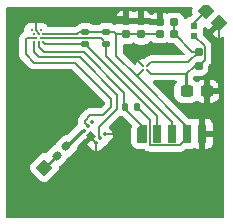
<source format=gbr>
%TF.GenerationSoftware,KiCad,Pcbnew,(6.0.4)*%
%TF.CreationDate,2022-11-08T09:06:00-07:00*%
%TF.ProjectId,rf_backscatter_V1,72665f62-6163-46b7-9363-61747465725f,rev?*%
%TF.SameCoordinates,Original*%
%TF.FileFunction,Copper,L1,Top*%
%TF.FilePolarity,Positive*%
%FSLAX46Y46*%
G04 Gerber Fmt 4.6, Leading zero omitted, Abs format (unit mm)*
G04 Created by KiCad (PCBNEW (6.0.4)) date 2022-11-08 09:06:00*
%MOMM*%
%LPD*%
G01*
G04 APERTURE LIST*
G04 Aperture macros list*
%AMRoundRect*
0 Rectangle with rounded corners*
0 $1 Rounding radius*
0 $2 $3 $4 $5 $6 $7 $8 $9 X,Y pos of 4 corners*
0 Add a 4 corners polygon primitive as box body*
4,1,4,$2,$3,$4,$5,$6,$7,$8,$9,$2,$3,0*
0 Add four circle primitives for the rounded corners*
1,1,$1+$1,$2,$3*
1,1,$1+$1,$4,$5*
1,1,$1+$1,$6,$7*
1,1,$1+$1,$8,$9*
0 Add four rect primitives between the rounded corners*
20,1,$1+$1,$2,$3,$4,$5,0*
20,1,$1+$1,$4,$5,$6,$7,0*
20,1,$1+$1,$6,$7,$8,$9,0*
20,1,$1+$1,$8,$9,$2,$3,0*%
%AMRotRect*
0 Rectangle, with rotation*
0 The origin of the aperture is its center*
0 $1 length*
0 $2 width*
0 $3 Rotation angle, in degrees counterclockwise*
0 Add horizontal line*
21,1,$1,$2,0,0,$3*%
%AMOutline5P*
0 Free polygon, 5 corners , with rotation*
0 The origin of the aperture is its center*
0 number of corners: always 5*
0 $1 to $10 corner X, Y*
0 $11 Rotation angle, in degrees counterclockwise*
0 create outline with 5 corners*
4,1,5,$1,$2,$3,$4,$5,$6,$7,$8,$9,$10,$1,$2,$11*%
%AMOutline6P*
0 Free polygon, 6 corners , with rotation*
0 The origin of the aperture is its center*
0 number of corners: always 6*
0 $1 to $12 corner X, Y*
0 $13 Rotation angle, in degrees counterclockwise*
0 create outline with 6 corners*
4,1,6,$1,$2,$3,$4,$5,$6,$7,$8,$9,$10,$11,$12,$1,$2,$13*%
%AMOutline7P*
0 Free polygon, 7 corners , with rotation*
0 The origin of the aperture is its center*
0 number of corners: always 7*
0 $1 to $14 corner X, Y*
0 $15 Rotation angle, in degrees counterclockwise*
0 create outline with 7 corners*
4,1,7,$1,$2,$3,$4,$5,$6,$7,$8,$9,$10,$11,$12,$13,$14,$1,$2,$15*%
%AMOutline8P*
0 Free polygon, 8 corners , with rotation*
0 The origin of the aperture is its center*
0 number of corners: always 8*
0 $1 to $16 corner X, Y*
0 $17 Rotation angle, in degrees counterclockwise*
0 create outline with 8 corners*
4,1,8,$1,$2,$3,$4,$5,$6,$7,$8,$9,$10,$11,$12,$13,$14,$15,$16,$1,$2,$17*%
G04 Aperture macros list end*
%TA.AperFunction,SMDPad,CuDef*%
%ADD10RoundRect,0.155000X0.155000X-0.212500X0.155000X0.212500X-0.155000X0.212500X-0.155000X-0.212500X0*%
%TD*%
%TA.AperFunction,SMDPad,CuDef*%
%ADD11RoundRect,0.135000X-0.185000X0.135000X-0.185000X-0.135000X0.185000X-0.135000X0.185000X0.135000X0*%
%TD*%
%TA.AperFunction,SMDPad,CuDef*%
%ADD12RotRect,0.350000X0.250000X135.000000*%
%TD*%
%TA.AperFunction,SMDPad,CuDef*%
%ADD13RotRect,0.650000X0.550000X135.000000*%
%TD*%
%TA.AperFunction,SMDPad,CuDef*%
%ADD14R,0.800000X1.500000*%
%TD*%
%TA.AperFunction,SMDPad,CuDef*%
%ADD15Outline5P,-0.400000X0.470000X-0.120000X0.750000X0.400000X0.750000X0.400000X-0.750000X-0.400000X-0.750000X0.000000*%
%TD*%
%TA.AperFunction,SMDPad,CuDef*%
%ADD16RoundRect,0.155000X-0.040659X-0.259862X0.259862X0.040659X0.040659X0.259862X-0.259862X-0.040659X0*%
%TD*%
%TA.AperFunction,SMDPad,CuDef*%
%ADD17C,0.180000*%
%TD*%
%TA.AperFunction,SMDPad,CuDef*%
%ADD18RoundRect,0.160000X0.160000X-0.197500X0.160000X0.197500X-0.160000X0.197500X-0.160000X-0.197500X0*%
%TD*%
%TA.AperFunction,SMDPad,CuDef*%
%ADD19Outline5P,-0.500000X0.250000X-0.250000X0.500000X0.500000X0.500000X0.500000X-0.500000X-0.500000X-0.500000X315.000000*%
%TD*%
%TA.AperFunction,SMDPad,CuDef*%
%ADD20RotRect,1.000000X1.000000X315.000000*%
%TD*%
%TA.AperFunction,SMDPad,CuDef*%
%ADD21C,0.215000*%
%TD*%
%TA.AperFunction,SMDPad,CuDef*%
%ADD22RoundRect,0.160000X0.197500X0.160000X-0.197500X0.160000X-0.197500X-0.160000X0.197500X-0.160000X0*%
%TD*%
%TA.AperFunction,SMDPad,CuDef*%
%ADD23RotRect,1.000000X1.000000X45.000000*%
%TD*%
%TA.AperFunction,SMDPad,CuDef*%
%ADD24RoundRect,0.237500X-0.300000X-0.237500X0.300000X-0.237500X0.300000X0.237500X-0.300000X0.237500X0*%
%TD*%
%TA.AperFunction,SMDPad,CuDef*%
%ADD25RoundRect,0.135000X0.185000X-0.135000X0.185000X0.135000X-0.185000X0.135000X-0.185000X-0.135000X0*%
%TD*%
%TA.AperFunction,SMDPad,CuDef*%
%ADD26R,0.600000X0.550000*%
%TD*%
%TA.AperFunction,SMDPad,CuDef*%
%ADD27RoundRect,0.160000X-0.197500X-0.160000X0.197500X-0.160000X0.197500X0.160000X-0.197500X0.160000X0*%
%TD*%
%TA.AperFunction,SMDPad,CuDef*%
%ADD28RoundRect,0.135000X0.135000X0.185000X-0.135000X0.185000X-0.135000X-0.185000X0.135000X-0.185000X0*%
%TD*%
%TA.AperFunction,ViaPad*%
%ADD29C,0.600000*%
%TD*%
%TA.AperFunction,Conductor*%
%ADD30C,0.127000*%
%TD*%
%TA.AperFunction,Conductor*%
%ADD31C,0.250000*%
%TD*%
G04 APERTURE END LIST*
D10*
%TO.P,C3,2*%
%TO.N,GND*%
X131597400Y-82143600D03*
%TO.P,C3,1*%
%TO.N,VCC*%
X131597400Y-83278600D03*
%TD*%
D11*
%TO.P,R5,1*%
%TO.N,VCC*%
X128168400Y-83132200D03*
%TO.P,R5,2*%
%TO.N,SCL*%
X128168400Y-84152200D03*
%TD*%
D12*
%TO.P,U2,1,NC*%
%TO.N,GND*%
X129072613Y-92484797D03*
%TO.P,U2,2,V2*%
%TO.N,Net-(U2-Pad2)*%
X129426166Y-92131243D03*
%TO.P,U2,3,RX*%
%TO.N,GND*%
X129779720Y-91777690D03*
%TO.P,U2,4,TX*%
%TO.N,unconnected-(U2-Pad4)*%
X128754415Y-90752385D03*
%TO.P,U2,5,V1*%
%TO.N,Net-(U2-Pad5)*%
X128400862Y-91105939D03*
%TO.P,U2,6,ANT*%
%TO.N,Net-(C4-Pad2)*%
X128047308Y-91459492D03*
D13*
%TO.P,U2,7,GND*%
%TO.N,GND*%
X128644106Y-91887999D03*
%TD*%
D14*
%TO.P,J3,5,Pin_5*%
%TO.N,GND*%
X138049000Y-91726500D03*
%TO.P,J3,4,Pin_4*%
%TO.N,VCC*%
X136779000Y-91726500D03*
%TO.P,J3,3,Pin_3*%
%TO.N,SDA*%
X135509000Y-91726500D03*
%TO.P,J3,2,Pin_2*%
%TO.N,SCL*%
X134239000Y-91726500D03*
D15*
%TO.P,J3,1,Pin_1*%
%TO.N,~{RST}*%
X132969000Y-91726500D03*
%TD*%
D10*
%TO.P,C2,1*%
%TO.N,VCC*%
X132909500Y-83304000D03*
%TO.P,C2,2*%
%TO.N,GND*%
X132909500Y-82169000D03*
%TD*%
D16*
%TO.P,C4,2*%
%TO.N,Net-(C4-Pad2)*%
X126542800Y-92786200D03*
%TO.P,C4,1*%
%TO.N,Net-(C4-Pad1)*%
X125740234Y-93588766D03*
%TD*%
D17*
%TO.P,U1,4,Vo*%
%TO.N,VCC*%
X133050800Y-86334600D03*
%TO.P,U1,3,GND*%
%TO.N,GND*%
X133050800Y-85984600D03*
%TO.P,U1,2,CTL*%
%TO.N,Net-(R1-Pad2)*%
X133400800Y-85984600D03*
%TO.P,U1,1,Vin*%
%TO.N,Net-(C1-Pad1)*%
X133400800Y-86334600D03*
%TD*%
D18*
%TO.P,R1,2*%
%TO.N,Net-(R1-Pad2)*%
X137744200Y-84771900D03*
%TO.P,R1,1*%
%TO.N,Net-(C1-Pad1)*%
X137744200Y-85966900D03*
%TD*%
D19*
%TO.P,J1,1,Pin_1*%
%TO.N,Net-(D1-Pad2)*%
X138407670Y-81321682D03*
D20*
%TO.P,J1,2,Pin_2*%
%TO.N,GND*%
X139468330Y-82382342D03*
%TD*%
D21*
%TO.P,U3,D6,PB0*%
%TO.N,SCL*%
X124604400Y-83983900D03*
%TO.P,U3,D4,~{RESET}/PB3*%
%TO.N,~{RST}*%
X124204400Y-83983900D03*
%TO.P,U3,D2,PB2*%
%TO.N,Net-(U2-Pad2)*%
X123804400Y-83983900D03*
%TO.P,U3,C5,PB1*%
%TO.N,SDA*%
X124404400Y-83637567D03*
%TO.P,U3,C3,PA7*%
%TO.N,Net-(U2-Pad5)*%
X124004400Y-83637567D03*
%TO.P,U3,C1,PA5*%
X123604400Y-83637567D03*
%TO.P,U3,B6,VCC*%
%TO.N,VCC*%
X124604400Y-83291233D03*
%TO.P,U3,B4,GND*%
%TO.N,GND*%
X124204400Y-83291233D03*
%TO.P,U3,B2,PA6*%
%TO.N,unconnected-(U3-PadB2)*%
X123804400Y-83291233D03*
%TO.P,U3,A5,PA2*%
%TO.N,unconnected-(U3-PadA5)*%
X124404400Y-82944900D03*
%TO.P,U3,A3,PA1*%
%TO.N,GND*%
X124004400Y-82944900D03*
%TO.P,U3,A1,PA4*%
%TO.N,unconnected-(U3-PadA1)*%
X123604400Y-82944900D03*
%TD*%
D22*
%TO.P,R3,1*%
%TO.N,Net-(R1-Pad2)*%
X135674700Y-82296000D03*
%TO.P,R3,2*%
%TO.N,GND*%
X134479700Y-82296000D03*
%TD*%
D23*
%TO.P,J2,1,ANT*%
%TO.N,Net-(C4-Pad1)*%
X124688600Y-94589600D03*
%TD*%
D24*
%TO.P,C1,1*%
%TO.N,Net-(C1-Pad1)*%
X136729300Y-88138000D03*
%TO.P,C1,2*%
%TO.N,GND*%
X138454300Y-88138000D03*
%TD*%
D25*
%TO.P,R6,1*%
%TO.N,SDA*%
X129946400Y-84126800D03*
%TO.P,R6,2*%
%TO.N,VCC*%
X129946400Y-83106800D03*
%TD*%
D26*
%TO.P,D1,1,K*%
%TO.N,Net-(C1-Pad1)*%
X137337800Y-83432600D03*
%TO.P,D1,2,A*%
%TO.N,Net-(D1-Pad2)*%
X137337800Y-82632600D03*
%TD*%
D27*
%TO.P,R2,2*%
%TO.N,Net-(R1-Pad2)*%
X135674700Y-83261200D03*
%TO.P,R2,1*%
%TO.N,VCC*%
X134479700Y-83261200D03*
%TD*%
D28*
%TO.P,R4,1*%
%TO.N,VCC*%
X132513800Y-89433400D03*
%TO.P,R4,2*%
%TO.N,~{RST}*%
X131493800Y-89433400D03*
%TD*%
D29*
%TO.N,GND*%
X122453400Y-86080600D03*
X122478800Y-81940400D03*
X131343400Y-90982800D03*
X139471400Y-85013800D03*
X139471400Y-85775800D03*
X139446000Y-84277200D03*
X127101600Y-81762600D03*
X128574800Y-81737200D03*
X126923800Y-87071200D03*
X128092200Y-88265000D03*
X134315200Y-93827600D03*
X135864600Y-93827600D03*
X134899400Y-84683600D03*
X137337800Y-93827600D03*
X133705600Y-84683600D03*
X132181600Y-84683600D03*
%TD*%
D30*
%TO.N,Net-(R1-Pad2)*%
X133711200Y-85674200D02*
X136841900Y-85674200D01*
X136841900Y-85674200D02*
X137744200Y-84771900D01*
X133400800Y-85984600D02*
X133711200Y-85674200D01*
%TO.N,VCC*%
X132664200Y-89611200D02*
X132664200Y-89433400D01*
X133604000Y-90551000D02*
X132664200Y-89611200D01*
X133604000Y-92666511D02*
X133604000Y-90551000D01*
X136779000Y-92076500D02*
X136188989Y-92666511D01*
X136779000Y-91726500D02*
X136779000Y-92076500D01*
X136188989Y-92666511D02*
X133604000Y-92666511D01*
%TO.N,~{RST}*%
X131470400Y-89560400D02*
X132969000Y-91059000D01*
X131470400Y-88265000D02*
X131470400Y-89560400D01*
X128041400Y-84836000D02*
X131470400Y-88265000D01*
X124663200Y-84836000D02*
X128041400Y-84836000D01*
X124204400Y-84377200D02*
X124663200Y-84836000D01*
X124204400Y-83983900D02*
X124204400Y-84377200D01*
X132969000Y-91059000D02*
X132969000Y-91726500D01*
%TO.N,GND*%
X127990600Y-92405200D02*
X129171700Y-93586300D01*
X128507801Y-91887999D02*
X127990600Y-92405200D01*
X128644106Y-91887999D02*
X128507801Y-91887999D01*
D31*
%TO.N,Net-(C4-Pad2)*%
X127894908Y-91459492D02*
X126608766Y-92745634D01*
X128047308Y-91459492D02*
X127894908Y-91459492D01*
%TO.N,Net-(C4-Pad1)*%
X125760517Y-93568483D02*
X124739400Y-94589600D01*
D30*
%TO.N,GND*%
X129171700Y-93586300D02*
X129463800Y-93878400D01*
X129072613Y-93487213D02*
X129171700Y-93586300D01*
%TO.N,SDA*%
X135509000Y-90703400D02*
X129946400Y-85140800D01*
X135509000Y-91726500D02*
X135509000Y-90703400D01*
X129946400Y-85140800D02*
X129946400Y-84126800D01*
%TO.N,Net-(R1-Pad2)*%
X135674700Y-83261200D02*
X135674700Y-82296000D01*
%TO.N,GND*%
X139319000Y-88138000D02*
X138454300Y-88138000D01*
X139468330Y-87988670D02*
X139319000Y-88138000D01*
X139468330Y-82382342D02*
X139468330Y-87988670D01*
X124274200Y-81872200D02*
X131614100Y-81872200D01*
X124004400Y-82142000D02*
X124274200Y-81872200D01*
X124004400Y-82944900D02*
X124004400Y-82142000D01*
X124204400Y-83291233D02*
X124004400Y-82944900D01*
%TO.N,Net-(C1-Pad1)*%
X136702800Y-88111500D02*
X136729300Y-88138000D01*
X136702800Y-86664800D02*
X136702800Y-88111500D01*
X137400700Y-85966900D02*
X136702800Y-86664800D01*
X137744200Y-85966900D02*
X137400700Y-85966900D01*
X133705600Y-86639400D02*
X133400800Y-86334600D01*
X136729300Y-86639400D02*
X133705600Y-86639400D01*
X136729300Y-88138000D02*
X136729300Y-86639400D01*
%TO.N,GND*%
X132181600Y-85115400D02*
X133050800Y-85984600D01*
X132181600Y-84683600D02*
X132181600Y-85115400D01*
%TO.N,VCC*%
X131597400Y-83278600D02*
X134462300Y-83278600D01*
%TO.N,GND*%
X132909500Y-82169000D02*
X133172200Y-82169000D01*
X131622800Y-82169000D02*
X132909500Y-82169000D01*
X131597400Y-82143600D02*
X131622800Y-82169000D01*
%TO.N,VCC*%
X130776600Y-83278600D02*
X130604800Y-83106800D01*
X131597400Y-83278600D02*
X130776600Y-83278600D01*
X132501900Y-86883500D02*
X133050800Y-86334600D01*
X130784600Y-85166200D02*
X132501900Y-86883500D01*
X130784600Y-83286600D02*
X130784600Y-85166200D01*
X129946400Y-83106800D02*
X130604800Y-83106800D01*
X130604800Y-83106800D02*
X130784600Y-83286600D01*
%TO.N,Net-(R1-Pad2)*%
X137222900Y-84771900D02*
X135712200Y-83261200D01*
X137744200Y-84771900D02*
X137222900Y-84771900D01*
%TO.N,VCC*%
X127637000Y-83132200D02*
X128168400Y-83132200D01*
X124604400Y-83291233D02*
X127477967Y-83291233D01*
X127477967Y-83291233D02*
X127637000Y-83132200D01*
%TO.N,GND*%
X130733800Y-92608400D02*
X130733800Y-91777690D01*
X130733800Y-91777690D02*
X129779720Y-91777690D01*
X129463800Y-93878400D02*
X130733800Y-92608400D01*
X129072613Y-92484797D02*
X129072613Y-93487213D01*
X128644106Y-92056290D02*
X129072613Y-92484797D01*
X128644106Y-91887999D02*
X128644106Y-92056290D01*
%TO.N,Net-(U2-Pad5)*%
X123190000Y-83637567D02*
X123604400Y-83637567D01*
X123113800Y-83713767D02*
X123190000Y-83637567D01*
X123113800Y-85013800D02*
X123113800Y-83713767D01*
X123799600Y-85699600D02*
X123113800Y-85013800D01*
X127279400Y-85699600D02*
X123799600Y-85699600D01*
X130352800Y-89484200D02*
X130352800Y-88773000D01*
X128574800Y-90144600D02*
X129692400Y-90144600D01*
X128100714Y-90618686D02*
X128574800Y-90144600D01*
X130352800Y-88773000D02*
X127279400Y-85699600D01*
X128100714Y-90805791D02*
X128100714Y-90618686D01*
X128400862Y-91105939D02*
X128100714Y-90805791D01*
X129692400Y-90144600D02*
X130352800Y-89484200D01*
%TO.N,Net-(U2-Pad2)*%
X124256800Y-85267800D02*
X123804400Y-84815400D01*
X130860800Y-88417400D02*
X127711200Y-85267800D01*
X130860800Y-89611200D02*
X130860800Y-88417400D01*
X127711200Y-85267800D02*
X124256800Y-85267800D01*
X129336800Y-92041877D02*
X129336800Y-91135200D01*
X129336800Y-91135200D02*
X130860800Y-89611200D01*
X123804400Y-84815400D02*
X123804400Y-83983900D01*
X129426166Y-92131243D02*
X129336800Y-92041877D01*
%TO.N,Net-(U2-Pad5)*%
X123604400Y-83637567D02*
X124004400Y-83637567D01*
%TO.N,VCC*%
X136779000Y-91135200D02*
X136779000Y-91726500D01*
X132514600Y-86870800D02*
X136779000Y-91135200D01*
X133050800Y-86334600D02*
X132514600Y-86870800D01*
%TO.N,SDA*%
X129457167Y-83637567D02*
X124404400Y-83637567D01*
X129946400Y-84126800D02*
X129457167Y-83637567D01*
%TO.N,VCC*%
X128193800Y-83106800D02*
X128168400Y-83132200D01*
X129946400Y-83106800D02*
X128193800Y-83106800D01*
%TO.N,Net-(D1-Pad2)*%
X137337800Y-82391552D02*
X138407670Y-81321682D01*
X137337800Y-82632600D02*
X137337800Y-82391552D01*
%TO.N,Net-(C1-Pad1)*%
X138254220Y-85456880D02*
X137744200Y-85966900D01*
X138254220Y-84324020D02*
X138254220Y-85456880D01*
X137362800Y-83432600D02*
X138254220Y-84324020D01*
X137337800Y-83432600D02*
X137362800Y-83432600D01*
%TO.N,SCL*%
X124772700Y-84152200D02*
X124604400Y-83983900D01*
X127812800Y-84152200D02*
X124772700Y-84152200D01*
X128162647Y-84152200D02*
X127812800Y-84152200D01*
X134239000Y-91726500D02*
X134239000Y-90228553D01*
X134239000Y-90228553D02*
X128162647Y-84152200D01*
%TD*%
%TA.AperFunction,Conductor*%
%TO.N,GND*%
G36*
X137171655Y-80995702D02*
G01*
X137218148Y-81049358D01*
X137228252Y-81119632D01*
X137218234Y-81153852D01*
X137211199Y-81169324D01*
X137211198Y-81169327D01*
X137207484Y-81177496D01*
X137206212Y-81186379D01*
X137206211Y-81186382D01*
X137193392Y-81275897D01*
X137186835Y-81321682D01*
X137188108Y-81330571D01*
X137202304Y-81429695D01*
X137207484Y-81465868D01*
X137211197Y-81474035D01*
X137211199Y-81474041D01*
X137248563Y-81556220D01*
X137258549Y-81626511D01*
X137228948Y-81691042D01*
X137222957Y-81697465D01*
X137108227Y-81812195D01*
X137045915Y-81846221D01*
X137019132Y-81849100D01*
X136989666Y-81849100D01*
X136927484Y-81855855D01*
X136791095Y-81906985D01*
X136780401Y-81915000D01*
X136698727Y-81976211D01*
X136632221Y-82001059D01*
X136562838Y-81986006D01*
X136512608Y-81935832D01*
X136502928Y-81913065D01*
X136494172Y-81885125D01*
X136485948Y-81858882D01*
X136402130Y-81720482D01*
X136287718Y-81606070D01*
X136149318Y-81522252D01*
X136142071Y-81519981D01*
X136142069Y-81519980D01*
X136034921Y-81486402D01*
X135994919Y-81473866D01*
X135925637Y-81467500D01*
X135922739Y-81467500D01*
X135674049Y-81467501D01*
X135423764Y-81467501D01*
X135420905Y-81467764D01*
X135420897Y-81467764D01*
X135387124Y-81470867D01*
X135354481Y-81473866D01*
X135348103Y-81475865D01*
X135348102Y-81475865D01*
X135207331Y-81519980D01*
X135207329Y-81519981D01*
X135200082Y-81522252D01*
X135193585Y-81526187D01*
X135193580Y-81526189D01*
X135141989Y-81557434D01*
X135073360Y-81575614D01*
X135011445Y-81557434D01*
X134960612Y-81526648D01*
X134946861Y-81520439D01*
X134806211Y-81476363D01*
X134793164Y-81473750D01*
X134751741Y-81469944D01*
X134736864Y-81472866D01*
X134733700Y-81484760D01*
X134733700Y-82306700D01*
X134713698Y-82374821D01*
X134660042Y-82421314D01*
X134607700Y-82432700D01*
X134240264Y-82432701D01*
X134228764Y-82432701D01*
X134225905Y-82432964D01*
X134225897Y-82432964D01*
X134192124Y-82436067D01*
X134159481Y-82439066D01*
X134153103Y-82441065D01*
X134153102Y-82441065D01*
X134012331Y-82485180D01*
X134012329Y-82485181D01*
X134005082Y-82487452D01*
X133961222Y-82514015D01*
X133931894Y-82531776D01*
X133866623Y-82550000D01*
X133700200Y-82550000D01*
X133632079Y-82529998D01*
X133585586Y-82476342D01*
X133581560Y-82457836D01*
X133579304Y-82458498D01*
X133569725Y-82425876D01*
X133568335Y-82424671D01*
X133560652Y-82423000D01*
X132120015Y-82423000D01*
X132051894Y-82402998D01*
X132047440Y-82399664D01*
X132037952Y-82397600D01*
X130797515Y-82397600D01*
X130782276Y-82402075D01*
X130781071Y-82403465D01*
X130776521Y-82424383D01*
X130774033Y-82423842D01*
X130759398Y-82473684D01*
X130705742Y-82520177D01*
X130635468Y-82530281D01*
X130570888Y-82500787D01*
X130564305Y-82494658D01*
X130528941Y-82459294D01*
X130499391Y-82441818D01*
X130395819Y-82380566D01*
X130395818Y-82380566D01*
X130388996Y-82376531D01*
X130381385Y-82374320D01*
X130381383Y-82374319D01*
X130239044Y-82332966D01*
X130239045Y-82332966D01*
X130232866Y-82331171D01*
X130226459Y-82330667D01*
X130226455Y-82330666D01*
X130198844Y-82328493D01*
X130198838Y-82328493D01*
X130196389Y-82328300D01*
X129946552Y-82328300D01*
X129696412Y-82328301D01*
X129659934Y-82331171D01*
X129581718Y-82353895D01*
X129511417Y-82374319D01*
X129511415Y-82374320D01*
X129503804Y-82376531D01*
X129496982Y-82380566D01*
X129496981Y-82380566D01*
X129393409Y-82441818D01*
X129363859Y-82459294D01*
X129325258Y-82497895D01*
X129262946Y-82531921D01*
X129236163Y-82534800D01*
X128853237Y-82534800D01*
X128785116Y-82514798D01*
X128764142Y-82497895D01*
X128750941Y-82484694D01*
X128744120Y-82480660D01*
X128617819Y-82405966D01*
X128617818Y-82405966D01*
X128610996Y-82401931D01*
X128603385Y-82399720D01*
X128603383Y-82399719D01*
X128479545Y-82363741D01*
X128454866Y-82356571D01*
X128448459Y-82356067D01*
X128448455Y-82356066D01*
X128420844Y-82353893D01*
X128420838Y-82353893D01*
X128418389Y-82353700D01*
X128168552Y-82353700D01*
X127918412Y-82353701D01*
X127881934Y-82356571D01*
X127799343Y-82380566D01*
X127733417Y-82399719D01*
X127733415Y-82399720D01*
X127725804Y-82401931D01*
X127718982Y-82405966D01*
X127718981Y-82405966D01*
X127592680Y-82480660D01*
X127585859Y-82484694D01*
X127518976Y-82551577D01*
X127478100Y-82578890D01*
X127348532Y-82632559D01*
X127341981Y-82637586D01*
X127299618Y-82670092D01*
X127269510Y-82693195D01*
X127203289Y-82718796D01*
X127192805Y-82719233D01*
X125061908Y-82719233D01*
X124993787Y-82699231D01*
X124955074Y-82656890D01*
X124954311Y-82657414D01*
X124950549Y-82651940D01*
X124950548Y-82651939D01*
X124940570Y-82637420D01*
X124874164Y-82540799D01*
X124874163Y-82540797D01*
X124869862Y-82534540D01*
X124758541Y-82435357D01*
X124751591Y-82431677D01*
X124633489Y-82369145D01*
X124633487Y-82369144D01*
X124626776Y-82365591D01*
X124590866Y-82356571D01*
X124489543Y-82331120D01*
X124489539Y-82331120D01*
X124482172Y-82329269D01*
X124474573Y-82329229D01*
X124474571Y-82329229D01*
X124413707Y-82328910D01*
X124333079Y-82328488D01*
X124325699Y-82330260D01*
X124325697Y-82330260D01*
X124232245Y-82352696D01*
X124172135Y-82352381D01*
X124089478Y-82331619D01*
X124074509Y-82329728D01*
X123940731Y-82329028D01*
X123925753Y-82330761D01*
X123834337Y-82352707D01*
X123774229Y-82352392D01*
X123682172Y-82329269D01*
X123674574Y-82329229D01*
X123674572Y-82329229D01*
X123612772Y-82328905D01*
X123533079Y-82328488D01*
X123525699Y-82330260D01*
X123525697Y-82330260D01*
X123395483Y-82361522D01*
X123395481Y-82361523D01*
X123388103Y-82363294D01*
X123255614Y-82431677D01*
X123249892Y-82436669D01*
X123249890Y-82436670D01*
X123245603Y-82440410D01*
X123143261Y-82529688D01*
X123135452Y-82540799D01*
X123064697Y-82641474D01*
X123057530Y-82651671D01*
X123046840Y-82679090D01*
X123008043Y-82778600D01*
X123003371Y-82790582D01*
X123002379Y-82798115D01*
X123002379Y-82798116D01*
X122987627Y-82910171D01*
X122983910Y-82938402D01*
X122986199Y-82959131D01*
X122990991Y-83002538D01*
X122978585Y-83072442D01*
X122930356Y-83124542D01*
X122913970Y-83132774D01*
X122909160Y-83134766D01*
X122909158Y-83134767D01*
X122901532Y-83137926D01*
X122894984Y-83142950D01*
X122894978Y-83142954D01*
X122880187Y-83154304D01*
X122788600Y-83224581D01*
X122788595Y-83224586D01*
X122782045Y-83229612D01*
X122777019Y-83236162D01*
X122777016Y-83236165D01*
X122764051Y-83253062D01*
X122753184Y-83265453D01*
X122741686Y-83276951D01*
X122729295Y-83287818D01*
X122705845Y-83305812D01*
X122682825Y-83335812D01*
X122682824Y-83335813D01*
X122682818Y-83335820D01*
X122682815Y-83335824D01*
X122647565Y-83381763D01*
X122616743Y-83421931D01*
X122614159Y-83425299D01*
X122556523Y-83564445D01*
X122541800Y-83676275D01*
X122541800Y-83676281D01*
X122536865Y-83713767D01*
X122537943Y-83721955D01*
X122537943Y-83721956D01*
X122540722Y-83743065D01*
X122541800Y-83759511D01*
X122541800Y-84968056D01*
X122540722Y-84984502D01*
X122536865Y-85013800D01*
X122541800Y-85051286D01*
X122541800Y-85051292D01*
X122553584Y-85140800D01*
X122556523Y-85163122D01*
X122614159Y-85302268D01*
X122681451Y-85389964D01*
X122705845Y-85421755D01*
X122712395Y-85426781D01*
X122729295Y-85439749D01*
X122741686Y-85450616D01*
X123362780Y-86071710D01*
X123373647Y-86084100D01*
X123391645Y-86107555D01*
X123421645Y-86130575D01*
X123421646Y-86130576D01*
X123511132Y-86199241D01*
X123650278Y-86256877D01*
X123799600Y-86276536D01*
X123807788Y-86275458D01*
X123828904Y-86272678D01*
X123845351Y-86271600D01*
X126990280Y-86271600D01*
X127058401Y-86291602D01*
X127079375Y-86308505D01*
X129743895Y-88973025D01*
X129777921Y-89035337D01*
X129780800Y-89062120D01*
X129780800Y-89195080D01*
X129760798Y-89263201D01*
X129743895Y-89284175D01*
X129492375Y-89535695D01*
X129430063Y-89569721D01*
X129403280Y-89572600D01*
X128620551Y-89572600D01*
X128604104Y-89571522D01*
X128582988Y-89568742D01*
X128574800Y-89567664D01*
X128425478Y-89587323D01*
X128286332Y-89644959D01*
X128201932Y-89709722D01*
X128166845Y-89736645D01*
X128161819Y-89743195D01*
X128161816Y-89743198D01*
X128148851Y-89760095D01*
X128137984Y-89772486D01*
X127728600Y-90181870D01*
X127716209Y-90192737D01*
X127692759Y-90210731D01*
X127669739Y-90240731D01*
X127669738Y-90240732D01*
X127628924Y-90293922D01*
X127601073Y-90330218D01*
X127543437Y-90469364D01*
X127528714Y-90581194D01*
X127528714Y-90581200D01*
X127523779Y-90618686D01*
X127524857Y-90626874D01*
X127524857Y-90626875D01*
X127527636Y-90647984D01*
X127528714Y-90664430D01*
X127528714Y-90760047D01*
X127527636Y-90776493D01*
X127523779Y-90805791D01*
X127528714Y-90843277D01*
X127528714Y-90843283D01*
X127530666Y-90858113D01*
X127519729Y-90928259D01*
X127494840Y-90963655D01*
X127489221Y-90969274D01*
X127474189Y-90982113D01*
X127457801Y-90994020D01*
X127436650Y-91019587D01*
X127429620Y-91028085D01*
X127421630Y-91036865D01*
X126632594Y-91825901D01*
X126570282Y-91859927D01*
X126543499Y-91862806D01*
X126503162Y-91862806D01*
X126445990Y-91876849D01*
X126354581Y-91899301D01*
X126354577Y-91899302D01*
X126347206Y-91901113D01*
X126204888Y-91975515D01*
X126151793Y-92019674D01*
X125776274Y-92395193D01*
X125732115Y-92448288D01*
X125657713Y-92590606D01*
X125655902Y-92597980D01*
X125653618Y-92607278D01*
X125617943Y-92668660D01*
X125561312Y-92699584D01*
X125544640Y-92703679D01*
X125402322Y-92778081D01*
X125349227Y-92822240D01*
X124973708Y-93197759D01*
X124929549Y-93250854D01*
X124926455Y-93256773D01*
X124896711Y-93313668D01*
X124847424Y-93364769D01*
X124778335Y-93381113D01*
X124767198Y-93380021D01*
X124688600Y-93368765D01*
X124679711Y-93370038D01*
X124553300Y-93388141D01*
X124553297Y-93388142D01*
X124544414Y-93389414D01*
X124536246Y-93393128D01*
X124536245Y-93393128D01*
X124523469Y-93398937D01*
X124411818Y-93449701D01*
X124405665Y-93454648D01*
X124405662Y-93454650D01*
X124379808Y-93475438D01*
X124363072Y-93488894D01*
X123587894Y-94264072D01*
X123585754Y-94266734D01*
X123553650Y-94306662D01*
X123553648Y-94306665D01*
X123548701Y-94312818D01*
X123488414Y-94445414D01*
X123487142Y-94454297D01*
X123487141Y-94454300D01*
X123484341Y-94473853D01*
X123467765Y-94589600D01*
X123488414Y-94733786D01*
X123548701Y-94866382D01*
X123553648Y-94872535D01*
X123553650Y-94872538D01*
X123574438Y-94898392D01*
X123587894Y-94915128D01*
X124363072Y-95690306D01*
X124365734Y-95692446D01*
X124405662Y-95724550D01*
X124405665Y-95724552D01*
X124411818Y-95729499D01*
X124544414Y-95789786D01*
X124553297Y-95791058D01*
X124553300Y-95791059D01*
X124679711Y-95809162D01*
X124688600Y-95810435D01*
X124697489Y-95809162D01*
X124823900Y-95791059D01*
X124823903Y-95791058D01*
X124832786Y-95789786D01*
X124965382Y-95729499D01*
X124971535Y-95724552D01*
X124971538Y-95724550D01*
X125011466Y-95692446D01*
X125014128Y-95690306D01*
X125789306Y-94915128D01*
X125802762Y-94898392D01*
X125823550Y-94872538D01*
X125823552Y-94872535D01*
X125828499Y-94866382D01*
X125888786Y-94733786D01*
X125909435Y-94589600D01*
X125908162Y-94580711D01*
X125908162Y-94571738D01*
X125910110Y-94571738D01*
X125918628Y-94512718D01*
X125965149Y-94459087D01*
X125974829Y-94453464D01*
X126078146Y-94399451D01*
X126131241Y-94355292D01*
X126506760Y-93979773D01*
X126550919Y-93926678D01*
X126625321Y-93784360D01*
X126629416Y-93767688D01*
X126665091Y-93706306D01*
X126721722Y-93675382D01*
X126738394Y-93671287D01*
X126880712Y-93596885D01*
X126933807Y-93552726D01*
X127309326Y-93177207D01*
X127353485Y-93124112D01*
X127427887Y-92981794D01*
X127429698Y-92974423D01*
X127429699Y-92974419D01*
X127458514Y-92857104D01*
X127466194Y-92825838D01*
X127466194Y-92821376D01*
X127493708Y-92757378D01*
X127501659Y-92748645D01*
X128032309Y-92217995D01*
X128094621Y-92183969D01*
X128103542Y-92182363D01*
X128217963Y-92165977D01*
X128217966Y-92165976D01*
X128226849Y-92164704D01*
X128359445Y-92104417D01*
X128365598Y-92099470D01*
X128365601Y-92099468D01*
X128405529Y-92067364D01*
X128408191Y-92065224D01*
X128486817Y-91986598D01*
X128549129Y-91952572D01*
X128619944Y-91957637D01*
X128676780Y-92000184D01*
X128701591Y-92066704D01*
X128701190Y-92078026D01*
X128701578Y-92078026D01*
X128701578Y-92086999D01*
X128700305Y-92095888D01*
X128703287Y-92116707D01*
X128693143Y-92186972D01*
X128667654Y-92223661D01*
X128282859Y-92608456D01*
X128275245Y-92622400D01*
X128275376Y-92624233D01*
X128279627Y-92630848D01*
X128351835Y-92703056D01*
X128356918Y-92707617D01*
X128396792Y-92739678D01*
X128410143Y-92747900D01*
X128445051Y-92763771D01*
X128481995Y-92789376D01*
X128780354Y-93087734D01*
X128785417Y-93092276D01*
X128825299Y-93124344D01*
X128838652Y-93132567D01*
X128955753Y-93185809D01*
X128972811Y-93190797D01*
X129099079Y-93208880D01*
X129116857Y-93208880D01*
X129243127Y-93190797D01*
X129260182Y-93185810D01*
X129377290Y-93132565D01*
X129390634Y-93124347D01*
X129430523Y-93092276D01*
X129435582Y-93087736D01*
X129675550Y-92847767D01*
X129680092Y-92842704D01*
X129717112Y-92796663D01*
X129719189Y-92798333D01*
X129739666Y-92777863D01*
X129738303Y-92776168D01*
X129761673Y-92757378D01*
X129787049Y-92736975D01*
X130031898Y-92492126D01*
X130071091Y-92443380D01*
X130072804Y-92444757D01*
X130093300Y-92424321D01*
X130091586Y-92422189D01*
X130137630Y-92385169D01*
X130142689Y-92380629D01*
X130382657Y-92140660D01*
X130387199Y-92135597D01*
X130419267Y-92095715D01*
X130427490Y-92082362D01*
X130480733Y-91965259D01*
X130485720Y-91948204D01*
X130503803Y-91821934D01*
X130503803Y-91804156D01*
X130485720Y-91677888D01*
X130480732Y-91660830D01*
X130427488Y-91543724D01*
X130419270Y-91530380D01*
X130387199Y-91490491D01*
X130382650Y-91485422D01*
X130178174Y-91280946D01*
X130144148Y-91218634D01*
X130149213Y-91147819D01*
X130178174Y-91102756D01*
X131022211Y-90258719D01*
X131084523Y-90224693D01*
X131146459Y-90226817D01*
X131194352Y-90240731D01*
X131257334Y-90259029D01*
X131263741Y-90259533D01*
X131263745Y-90259534D01*
X131291356Y-90261707D01*
X131291362Y-90261707D01*
X131293811Y-90261900D01*
X131310780Y-90261900D01*
X131378901Y-90281902D01*
X131399875Y-90298805D01*
X132058345Y-90957275D01*
X132092371Y-91019587D01*
X132085701Y-91094486D01*
X132074406Y-91121822D01*
X132074405Y-91121826D01*
X132071189Y-91129609D01*
X132070141Y-91137965D01*
X132070140Y-91137968D01*
X132060990Y-91210909D01*
X132060500Y-91214817D01*
X132060500Y-92524634D01*
X132067255Y-92586816D01*
X132118385Y-92723205D01*
X132205739Y-92839761D01*
X132322295Y-92927115D01*
X132458684Y-92978245D01*
X132520866Y-92985000D01*
X133065259Y-92985000D01*
X133133380Y-93005002D01*
X133165220Y-93034294D01*
X133196045Y-93074466D01*
X133315532Y-93166152D01*
X133454678Y-93223788D01*
X133604000Y-93243447D01*
X133612188Y-93242369D01*
X133633304Y-93239589D01*
X133649751Y-93238511D01*
X136143245Y-93238511D01*
X136159691Y-93239589D01*
X136180800Y-93242368D01*
X136180801Y-93242368D01*
X136188989Y-93243446D01*
X136197177Y-93242368D01*
X136197178Y-93242368D01*
X136226468Y-93238512D01*
X136226480Y-93238511D01*
X136226483Y-93238511D01*
X136226492Y-93238510D01*
X136307614Y-93227829D01*
X136338311Y-93223788D01*
X136401151Y-93197759D01*
X136469829Y-93169312D01*
X136469831Y-93169311D01*
X136477457Y-93166152D01*
X136503443Y-93146212D01*
X136566943Y-93097487D01*
X136566944Y-93097486D01*
X136596944Y-93074466D01*
X136614938Y-93051016D01*
X136625805Y-93038625D01*
X136642525Y-93021905D01*
X136704837Y-92987879D01*
X136731620Y-92985000D01*
X137227134Y-92985000D01*
X137289316Y-92978245D01*
X137370483Y-92947817D01*
X137441289Y-92942634D01*
X137458942Y-92947817D01*
X137531394Y-92974978D01*
X137546649Y-92978605D01*
X137597514Y-92984131D01*
X137604328Y-92984500D01*
X137776885Y-92984500D01*
X137792124Y-92980025D01*
X137793329Y-92978635D01*
X137795000Y-92970952D01*
X137795000Y-92966384D01*
X138303000Y-92966384D01*
X138307475Y-92981623D01*
X138308865Y-92982828D01*
X138316548Y-92984499D01*
X138493669Y-92984499D01*
X138500490Y-92984129D01*
X138551352Y-92978605D01*
X138566604Y-92974979D01*
X138687054Y-92929824D01*
X138702649Y-92921286D01*
X138804724Y-92844785D01*
X138817285Y-92832224D01*
X138893786Y-92730149D01*
X138902324Y-92714554D01*
X138947478Y-92594106D01*
X138951105Y-92578851D01*
X138956631Y-92527986D01*
X138957000Y-92521172D01*
X138957000Y-91998615D01*
X138952525Y-91983376D01*
X138951135Y-91982171D01*
X138943452Y-91980500D01*
X138321115Y-91980500D01*
X138305876Y-91984975D01*
X138304671Y-91986365D01*
X138303000Y-91994048D01*
X138303000Y-92966384D01*
X137795000Y-92966384D01*
X137795000Y-91454385D01*
X138303000Y-91454385D01*
X138307475Y-91469624D01*
X138308865Y-91470829D01*
X138316548Y-91472500D01*
X138938884Y-91472500D01*
X138954123Y-91468025D01*
X138955328Y-91466635D01*
X138956999Y-91458952D01*
X138956999Y-90931831D01*
X138956629Y-90925010D01*
X138951105Y-90874148D01*
X138947479Y-90858896D01*
X138902324Y-90738446D01*
X138893786Y-90722851D01*
X138817285Y-90620776D01*
X138804724Y-90608215D01*
X138702649Y-90531714D01*
X138687054Y-90523176D01*
X138566606Y-90478022D01*
X138551351Y-90474395D01*
X138500486Y-90468869D01*
X138493672Y-90468500D01*
X138321115Y-90468500D01*
X138305876Y-90472975D01*
X138304671Y-90474365D01*
X138303000Y-90482048D01*
X138303000Y-91454385D01*
X137795000Y-91454385D01*
X137795000Y-90486616D01*
X137790525Y-90471377D01*
X137789135Y-90470172D01*
X137781452Y-90468501D01*
X137604331Y-90468501D01*
X137597510Y-90468871D01*
X137546648Y-90474395D01*
X137531396Y-90478021D01*
X137458942Y-90505183D01*
X137388135Y-90510366D01*
X137370484Y-90505184D01*
X137289316Y-90474755D01*
X137227134Y-90468000D01*
X136972920Y-90468000D01*
X136904799Y-90447998D01*
X136883825Y-90431095D01*
X133879225Y-87426495D01*
X133845199Y-87364183D01*
X133850264Y-87293368D01*
X133892811Y-87236532D01*
X133959331Y-87211721D01*
X133968320Y-87211400D01*
X135759262Y-87211400D01*
X135827383Y-87231402D01*
X135873876Y-87285058D01*
X135883980Y-87355332D01*
X135854486Y-87419912D01*
X135848435Y-87426417D01*
X135845046Y-87429812D01*
X135845042Y-87429817D01*
X135839871Y-87434997D01*
X135748591Y-87583080D01*
X135693826Y-87748191D01*
X135683300Y-87850928D01*
X135683300Y-88425072D01*
X135683637Y-88428318D01*
X135683637Y-88428322D01*
X135693240Y-88520868D01*
X135694093Y-88529093D01*
X135749146Y-88694107D01*
X135840684Y-88842031D01*
X135845866Y-88847204D01*
X135958616Y-88959758D01*
X135958621Y-88959762D01*
X135963797Y-88964929D01*
X136111880Y-89056209D01*
X136276991Y-89110974D01*
X136283827Y-89111674D01*
X136283830Y-89111675D01*
X136331170Y-89116525D01*
X136379728Y-89121500D01*
X137078872Y-89121500D01*
X137082118Y-89121163D01*
X137082122Y-89121163D01*
X137176035Y-89111419D01*
X137176039Y-89111418D01*
X137182893Y-89110707D01*
X137189429Y-89108526D01*
X137189431Y-89108526D01*
X137328526Y-89062120D01*
X137347907Y-89055654D01*
X137495831Y-88964116D01*
X137503074Y-88956861D01*
X137504838Y-88955895D01*
X137506741Y-88954387D01*
X137506999Y-88954713D01*
X137565354Y-88922781D01*
X137636175Y-88927782D01*
X137681270Y-88956708D01*
X137683931Y-88959364D01*
X137695340Y-88968375D01*
X137830863Y-89051912D01*
X137844041Y-89058056D01*
X137995566Y-89108315D01*
X138008932Y-89111181D01*
X138101570Y-89120672D01*
X138107985Y-89121000D01*
X138182185Y-89121000D01*
X138197424Y-89116525D01*
X138198629Y-89115135D01*
X138200300Y-89107452D01*
X138200300Y-89102885D01*
X138708300Y-89102885D01*
X138712775Y-89118124D01*
X138714165Y-89119329D01*
X138721848Y-89121000D01*
X138800566Y-89121000D01*
X138807082Y-89120663D01*
X138900932Y-89110925D01*
X138914328Y-89108032D01*
X139065753Y-89057512D01*
X139078915Y-89051347D01*
X139214292Y-88967574D01*
X139225690Y-88958540D01*
X139338163Y-88845871D01*
X139347175Y-88834460D01*
X139430712Y-88698937D01*
X139436856Y-88685759D01*
X139487115Y-88534234D01*
X139489981Y-88520868D01*
X139499472Y-88428230D01*
X139499800Y-88421815D01*
X139499800Y-88410115D01*
X139495325Y-88394876D01*
X139493935Y-88393671D01*
X139486252Y-88392000D01*
X138726415Y-88392000D01*
X138711176Y-88396475D01*
X138709971Y-88397865D01*
X138708300Y-88405548D01*
X138708300Y-89102885D01*
X138200300Y-89102885D01*
X138200300Y-87865885D01*
X138708300Y-87865885D01*
X138712775Y-87881124D01*
X138714165Y-87882329D01*
X138721848Y-87884000D01*
X139481685Y-87884000D01*
X139496924Y-87879525D01*
X139498129Y-87878135D01*
X139499800Y-87870452D01*
X139499800Y-87854234D01*
X139499463Y-87847718D01*
X139489725Y-87753868D01*
X139486832Y-87740472D01*
X139436312Y-87589047D01*
X139430147Y-87575885D01*
X139346374Y-87440508D01*
X139337340Y-87429110D01*
X139224671Y-87316637D01*
X139213260Y-87307625D01*
X139077737Y-87224088D01*
X139064559Y-87217944D01*
X138913034Y-87167685D01*
X138899668Y-87164819D01*
X138807030Y-87155328D01*
X138800615Y-87155000D01*
X138726415Y-87155000D01*
X138711176Y-87159475D01*
X138709971Y-87160865D01*
X138708300Y-87168548D01*
X138708300Y-87865885D01*
X138200300Y-87865885D01*
X138200300Y-87173115D01*
X138195825Y-87157876D01*
X138194435Y-87156671D01*
X138186752Y-87155000D01*
X138108034Y-87155000D01*
X138101518Y-87155337D01*
X138007668Y-87165075D01*
X137994272Y-87167968D01*
X137842847Y-87218488D01*
X137829685Y-87224653D01*
X137694308Y-87308426D01*
X137682906Y-87317464D01*
X137681233Y-87319139D01*
X137679807Y-87319919D01*
X137677173Y-87322007D01*
X137676816Y-87321556D01*
X137618951Y-87353219D01*
X137548131Y-87348216D01*
X137503046Y-87319299D01*
X137499985Y-87316244D01*
X137494803Y-87311071D01*
X137361184Y-87228706D01*
X137313691Y-87175935D01*
X137301300Y-87121447D01*
X137301300Y-86947469D01*
X137321302Y-86879348D01*
X137374958Y-86832855D01*
X137452040Y-86823922D01*
X137455104Y-86824536D01*
X137461481Y-86826534D01*
X137468137Y-86827146D01*
X137468139Y-86827146D01*
X137491285Y-86829273D01*
X137530763Y-86832900D01*
X137533661Y-86832900D01*
X137744753Y-86832899D01*
X137957636Y-86832899D01*
X137960495Y-86832636D01*
X137960503Y-86832636D01*
X137994276Y-86829533D01*
X138026919Y-86826534D01*
X138035254Y-86823922D01*
X138174069Y-86780420D01*
X138174071Y-86780419D01*
X138181318Y-86778148D01*
X138319718Y-86694330D01*
X138434130Y-86579918D01*
X138517948Y-86441518D01*
X138566334Y-86287119D01*
X138572700Y-86217837D01*
X138572699Y-85999521D01*
X138592701Y-85931401D01*
X138609604Y-85910426D01*
X138626334Y-85893696D01*
X138638725Y-85882829D01*
X138655622Y-85869864D01*
X138655625Y-85869861D01*
X138662175Y-85864835D01*
X138690164Y-85828360D01*
X138753861Y-85745348D01*
X138811497Y-85606202D01*
X138816121Y-85571077D01*
X138826220Y-85494372D01*
X138826220Y-85494366D01*
X138831155Y-85456880D01*
X138827298Y-85427582D01*
X138826220Y-85411136D01*
X138826220Y-84369764D01*
X138827298Y-84353318D01*
X138830077Y-84332209D01*
X138830077Y-84332208D01*
X138831155Y-84324020D01*
X138826220Y-84286534D01*
X138826220Y-84286528D01*
X138811497Y-84174698D01*
X138753861Y-84035552D01*
X138689911Y-83952211D01*
X138685196Y-83946066D01*
X138685195Y-83946065D01*
X138662175Y-83916065D01*
X138638725Y-83898071D01*
X138626334Y-83887204D01*
X138183205Y-83444075D01*
X138149179Y-83381763D01*
X138146300Y-83354980D01*
X138146300Y-83109466D01*
X138139545Y-83047284D01*
X138141974Y-83047020D01*
X138141974Y-83018180D01*
X138139545Y-83017916D01*
X138145931Y-82959131D01*
X138146300Y-82955734D01*
X138146300Y-82789273D01*
X138166302Y-82721152D01*
X138219958Y-82674659D01*
X138290232Y-82664555D01*
X138354812Y-82694049D01*
X138366081Y-82705123D01*
X138370423Y-82709962D01*
X138563154Y-82902692D01*
X138577092Y-82910303D01*
X138578928Y-82910171D01*
X138585540Y-82905922D01*
X139379235Y-82112227D01*
X139441547Y-82078201D01*
X139512362Y-82083266D01*
X139557425Y-82112227D01*
X139738445Y-82293247D01*
X139772471Y-82355559D01*
X139767406Y-82426374D01*
X139738445Y-82471437D01*
X138947984Y-83261898D01*
X138940370Y-83275842D01*
X138940501Y-83277675D01*
X138944752Y-83284290D01*
X139140704Y-83480242D01*
X139145788Y-83484804D01*
X139185661Y-83516865D01*
X139199012Y-83525086D01*
X139316111Y-83578326D01*
X139333174Y-83583316D01*
X139459442Y-83601400D01*
X139477218Y-83601400D01*
X139603486Y-83583316D01*
X139620549Y-83578326D01*
X139744841Y-83521816D01*
X139745594Y-83523472D01*
X139804527Y-83507394D01*
X139872249Y-83528705D01*
X139917700Y-83583246D01*
X139928100Y-83633371D01*
X139928100Y-98730300D01*
X139908098Y-98798421D01*
X139854442Y-98844914D01*
X139802100Y-98856300D01*
X121589300Y-98856300D01*
X121521179Y-98836298D01*
X121474686Y-98782642D01*
X121463300Y-98730300D01*
X121463300Y-81873062D01*
X130779863Y-81873062D01*
X130783875Y-81886724D01*
X130785265Y-81887929D01*
X130792948Y-81889600D01*
X131325285Y-81889600D01*
X131340524Y-81885125D01*
X131341729Y-81883735D01*
X131343400Y-81876052D01*
X131343400Y-81871485D01*
X131851400Y-81871485D01*
X131855875Y-81886724D01*
X131857265Y-81887929D01*
X131864948Y-81889600D01*
X132386885Y-81889600D01*
X132455006Y-81909602D01*
X132459460Y-81912936D01*
X132468948Y-81915000D01*
X132637385Y-81915000D01*
X132652624Y-81910525D01*
X132653829Y-81909135D01*
X132655500Y-81901452D01*
X132655500Y-81896885D01*
X133163500Y-81896885D01*
X133167975Y-81912124D01*
X133169365Y-81913329D01*
X133177048Y-81915000D01*
X133641500Y-81915000D01*
X133709621Y-81935002D01*
X133756114Y-81988658D01*
X133760140Y-82007164D01*
X133762396Y-82006502D01*
X133771975Y-82039124D01*
X133773365Y-82040329D01*
X133781048Y-82042000D01*
X134207585Y-82042000D01*
X134222824Y-82037525D01*
X134224029Y-82036135D01*
X134225700Y-82028452D01*
X134225700Y-81486402D01*
X134221429Y-81471857D01*
X134209296Y-81469794D01*
X134166227Y-81473751D01*
X134153194Y-81476361D01*
X134012539Y-81520439D01*
X133998794Y-81526645D01*
X133873489Y-81602533D01*
X133861620Y-81611840D01*
X133831561Y-81641899D01*
X133769249Y-81675925D01*
X133698434Y-81670860D01*
X133641598Y-81628313D01*
X133634690Y-81618076D01*
X133594004Y-81550896D01*
X133584697Y-81539027D01*
X133481973Y-81436303D01*
X133470104Y-81426996D01*
X133345834Y-81351735D01*
X133332089Y-81345529D01*
X133192588Y-81301813D01*
X133180997Y-81299491D01*
X133166665Y-81302306D01*
X133163500Y-81314202D01*
X133163500Y-81896885D01*
X132655500Y-81896885D01*
X132655500Y-81315842D01*
X132651229Y-81301297D01*
X132639198Y-81299252D01*
X132626412Y-81301813D01*
X132486911Y-81345529D01*
X132473166Y-81351735D01*
X132348901Y-81426993D01*
X132345455Y-81429695D01*
X132342482Y-81430881D01*
X132342400Y-81430930D01*
X132342392Y-81430916D01*
X132279507Y-81455990D01*
X132209812Y-81442457D01*
X132178609Y-81419639D01*
X132169873Y-81410903D01*
X132158004Y-81401596D01*
X132033734Y-81326335D01*
X132019989Y-81320129D01*
X131880488Y-81276413D01*
X131868897Y-81274091D01*
X131854565Y-81276906D01*
X131851400Y-81288802D01*
X131851400Y-81871485D01*
X131343400Y-81871485D01*
X131343400Y-81290442D01*
X131339129Y-81275897D01*
X131327098Y-81273852D01*
X131314312Y-81276413D01*
X131174811Y-81320129D01*
X131161066Y-81326335D01*
X131036796Y-81401596D01*
X131024927Y-81410903D01*
X130922203Y-81513627D01*
X130912896Y-81525496D01*
X130837635Y-81649766D01*
X130831429Y-81663511D01*
X130787715Y-81803004D01*
X130785102Y-81816054D01*
X130779863Y-81873062D01*
X121463300Y-81873062D01*
X121463300Y-81101700D01*
X121483302Y-81033579D01*
X121536958Y-80987086D01*
X121589300Y-80975700D01*
X137103534Y-80975700D01*
X137171655Y-80995702D01*
G37*
%TD.AperFunction*%
%TA.AperFunction,Conductor*%
G36*
X133782083Y-83870602D02*
G01*
X133803057Y-83887505D01*
X133866682Y-83951130D01*
X134005082Y-84034948D01*
X134012329Y-84037219D01*
X134012331Y-84037220D01*
X134074485Y-84056698D01*
X134159481Y-84083334D01*
X134228763Y-84089700D01*
X134231661Y-84089700D01*
X134480351Y-84089699D01*
X134730636Y-84089699D01*
X134733495Y-84089436D01*
X134733503Y-84089436D01*
X134767276Y-84086333D01*
X134799919Y-84083334D01*
X134806304Y-84081333D01*
X134947069Y-84037220D01*
X134947071Y-84037219D01*
X134954318Y-84034948D01*
X134960814Y-84031014D01*
X134960816Y-84031013D01*
X135011929Y-84000058D01*
X135080559Y-83981879D01*
X135142471Y-84000058D01*
X135193584Y-84031013D01*
X135193586Y-84031014D01*
X135200082Y-84034948D01*
X135207329Y-84037219D01*
X135207331Y-84037220D01*
X135269485Y-84056698D01*
X135354481Y-84083334D01*
X135423763Y-84089700D01*
X135439966Y-84089700D01*
X135679580Y-84089699D01*
X135747699Y-84109701D01*
X135768674Y-84126604D01*
X136529175Y-84887105D01*
X136563201Y-84949417D01*
X136558136Y-85020232D01*
X136515589Y-85077068D01*
X136449069Y-85101879D01*
X136440080Y-85102200D01*
X133756951Y-85102200D01*
X133740504Y-85101122D01*
X133719388Y-85098342D01*
X133711200Y-85097264D01*
X133561878Y-85116923D01*
X133422732Y-85174559D01*
X133338139Y-85239470D01*
X133303245Y-85266245D01*
X133298219Y-85272795D01*
X133285251Y-85289695D01*
X133274384Y-85302086D01*
X133222188Y-85354282D01*
X133159876Y-85388308D01*
X133116647Y-85390109D01*
X133058988Y-85382518D01*
X133042612Y-85382518D01*
X132902879Y-85400914D01*
X132887062Y-85405152D01*
X132756850Y-85459088D01*
X132742669Y-85467275D01*
X132630847Y-85553078D01*
X132619278Y-85564647D01*
X132533475Y-85676469D01*
X132525288Y-85690650D01*
X132478153Y-85804442D01*
X132433604Y-85859723D01*
X132366241Y-85882144D01*
X132297450Y-85864586D01*
X132272649Y-85845319D01*
X131393505Y-84966175D01*
X131359479Y-84903863D01*
X131356600Y-84877080D01*
X131356600Y-84280600D01*
X131376602Y-84212479D01*
X131430258Y-84165986D01*
X131482600Y-84154600D01*
X131805432Y-84154600D01*
X131874201Y-84148281D01*
X131958950Y-84121722D01*
X132020196Y-84102529D01*
X132020198Y-84102528D01*
X132027445Y-84100257D01*
X132164810Y-84017066D01*
X132164884Y-84017188D01*
X132227354Y-83992278D01*
X132297049Y-84005810D01*
X132328253Y-84028629D01*
X132342090Y-84042466D01*
X132479455Y-84125657D01*
X132486702Y-84127928D01*
X132486704Y-84127929D01*
X132545263Y-84146280D01*
X132632699Y-84173681D01*
X132701468Y-84180000D01*
X133117532Y-84180000D01*
X133186301Y-84173681D01*
X133273737Y-84146280D01*
X133332296Y-84127929D01*
X133332298Y-84127928D01*
X133339545Y-84125657D01*
X133476910Y-84042466D01*
X133590466Y-83928910D01*
X133601112Y-83911331D01*
X133653508Y-83863423D01*
X133708889Y-83850600D01*
X133713962Y-83850600D01*
X133782083Y-83870602D01*
G37*
%TD.AperFunction*%
%TD*%
M02*

</source>
